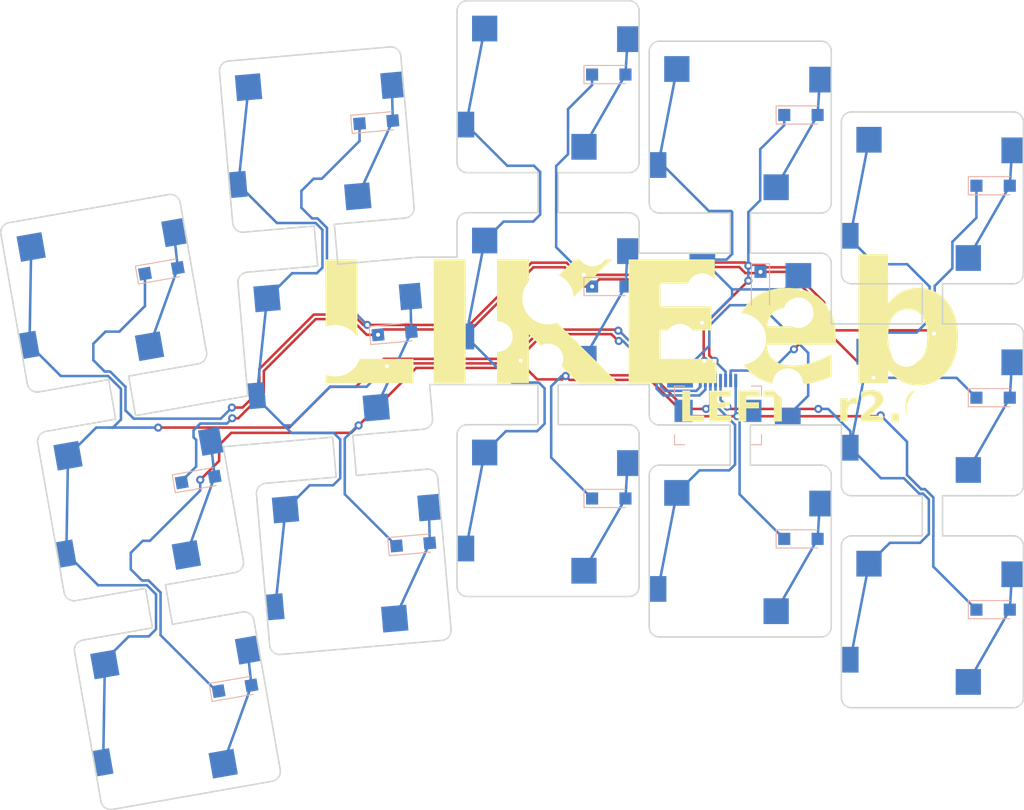
<source format=kicad_pcb>
(kicad_pcb (version 20221018) (generator pcbnew)
  (title_block (title "left") (rev "rev1.4") (company "nikservik"))
  (layers (0 "F.Cu" signal) (31 "B.Cu" signal) (34 "B.Paste" user) (35 "F.Paste" user) (36 "B.SilkS" user "B.Silkscreen") (37 "F.SilkS" user "F.Silkscreen") (38 "B.Mask" user) (39 "F.Mask" user) (44 "Edge.Cuts" user))
  (net 0 "")
  (net 1 "C1")
  (net 2 "R2")
  (net 3 "S1_s2d")
  (net 4 "R1")
  (net 5 "S2_s2d")
  (net 6 "R3")
  (net 7 "S3_s2d")
  (net 8 "C2")
  (net 9 "S4_s2d")
  (net 10 "S5_s2d")
  (net 11 "S6_s2d")
  (net 12 "C3")
  (net 13 "S7_s2d")
  (net 14 "S8_s2d")
  (net 15 "S9_s2d")
  (net 16 "C4")
  (net 17 "S10_s2d")
  (net 18 "S11_s2d")
  (net 19 "C5")
  (net 20 "S12_s2d")
  (net 21 "S13_s2d")
  (net 22 "S14_s2d")
  (net 23 "C4_R2")
  (footprint "KS33PG1353" (layer "F.Cu") (at 178.291967 69.91441)
    (fp_text reference "S13" hide)
    (fp_text value "" hide)
  )
  (footprint "KS33PG1353" (layer "F.Cu") (at 178.291967 111.85441)
    (fp_text reference "S14" hide)
    (fp_text value "" hide)
  )
  (footprint "KS33PG1353" (layer "F.Cu") (at 100 100 10)
    (fp_text reference "S1" hide)
    (fp_text value "" hide)
  )
  (footprint "KS33PG1353" (layer "F.Cu") (at 96.358598 79.348581 10)
    (fp_text reference "S2" hide)
    (fp_text value "" hide)
  )
  (footprint "KS33PG1353" (layer "F.Cu") (at 103.641402 120.651419 10)
    (fp_text reference "S3" hide)
    (fp_text value "" hide)
  )
  (footprint "KS33PG1353" (layer "F.Cu") (at 117.422139 64.144753 5)
    (fp_text reference "S5" hide)
    (fp_text value "" hide)
  )
  (footprint "KS33PG1353" (layer "F.Cu") (at 119.249795 85.034956 5)
    (fp_text reference "S4" hide)
    (fp_text value "" hide)
  )
  (footprint "KS33PG1353" (layer "F.Cu") (at 159.291967 83.88441 -90)
    (fp_text reference "S15" hide)
    (fp_text value "" hide)
  )
  (footprint "KS33PG1353" (layer "F.Cu") (at 178.291967 90.88441)
    (fp_text reference "S12" hide)
    (fp_text value "" hide)
  )
  (footprint "KS33PG1353" (layer "F.Cu") (at 140.291967 79.88441)
    (fp_text reference "S7" hide)
    (fp_text value "" hide)
  )
  (footprint "KS33PG1353" (layer "F.Cu") (at 140.291967 58.91441)
    (fp_text reference "S8" hide)
    (fp_text value "" hide)
  )
  (footprint "KS33PG1353" (layer "F.Cu") (at 140.291967 100.85441)
    (fp_text reference "S9" hide)
    (fp_text value "" hide)
  )
  (footprint "KS33PG1353" (layer "F.Cu") (at 159.291967 104.85441)
    (fp_text reference "S11" hide)
    (fp_text value "" hide)
  )
  (footprint "KS33PG1353" (layer "F.Cu") (at 159.291967 62.91441)
    (fp_text reference "S10" hide)
    (fp_text value "" hide)
  )
  (footprint "KS33PG1353" (layer "F.Cu") (at 121.077451 105.925158 5)
    (fp_text reference "S6" hide)
    (fp_text value "" hide)
  )
  (footprint "SmdDiode" (layer "B.Cu") (at 96.358598 79.348581 10)
    (fp_text reference "")
    (fp_text value "")
  )
  (footprint "SmdDiode" (layer "B.Cu") (at 100 100 10)
    (fp_text reference "")
    (fp_text value "")
  )
  (footprint "SmdDiode" (layer "B.Cu") (at 159.291967 104.85441)
    (fp_text reference "")
    (fp_text value "")
  )
  (footprint "SmdDiode" (layer "B.Cu") (at 119.249795 85.034956 5)
    (fp_text reference "")
    (fp_text value "")
  )
  (footprint "SmdDiode" (layer "B.Cu") (at 103.641402 120.651419 10)
    (fp_text reference "")
    (fp_text value "")
  )
  (footprint "SmdDiode" (layer "B.Cu") (at 178.291967 90.88441)
    (fp_text reference "")
    (fp_text value "")
  )
  (footprint "SmdDiode" (layer "B.Cu") (at 161.291967 78.88441 -90)
    (fp_text reference "")
    (fp_text value "")
  )
  (footprint "SmdDiode" (layer "B.Cu") (at 140.291967 79.88441)
    (fp_text reference "")
    (fp_text value "")
  )
  (footprint "SmdDiode" (layer "B.Cu") (at 121.077451 105.925158 5)
    (fp_text reference "")
    (fp_text value "")
  )
  (footprint "HKW FPC Socket" (layer "B.Cu") (at 157.091967 90.98441 180)
    (fp_text reference "_1" hide)
    (fp_text value "" hide)
  )
  (footprint "SmdDiode" (layer "B.Cu") (at 117.422139 64.144753 5)
    (fp_text reference "")
    (fp_text value "")
  )
  (footprint "SmdDiode" (layer "B.Cu") (at 178.291967 111.85441)
    (fp_text reference "")
    (fp_text value "")
  )
  (footprint "SmdDiode" (layer "B.Cu") (at 159.291967 62.91441)
    (fp_text reference "")
    (fp_text value "")
  )
  (footprint "SmdDiode" (layer "B.Cu") (at 140.291967 100.85441)
    (fp_text reference "")
    (fp_text value "")
  )
  (footprint "SmdDiode" (layer "B.Cu") (at 140.291967 58.91441)
    (fp_text reference "")
    (fp_text value "")
  )
  (footprint "SmdDiode" (layer "B.Cu") (at 178.291967 69.91441)
    (fp_text reference "")
    (fp_text value "")
  )
  (gr_arc (start 149.291967 108.35441) (mid 148.999074 109.061517) (end 148.291967 109.35441) (stroke (width 0.15)) (layer "Edge.Cuts"))
  (gr_line (start 158.291967 75.38441) (end 151.291967 75.38441) (stroke (width 0.15)) (layer "Edge.Cuts"))
  (gr_line (start 186.291967 61.41441) (end 170.291967 61.41441) (stroke (width 0.15)) (layer "Edge.Cuts"))
  (gr_arc (start 109.630375 78.347896) (mid 109.860526 77.617953) (end 110.539414 77.264547) (stroke (width 0.15)) (layer "Edge.Cuts"))
  (gr_line (start 139.291967 67.41441) (end 139.291967 71.38441) (stroke (width 0.15)) (layer "Edge.Cuts"))
  (gr_line (start 100.491202 108.544514) (end 101.180585 112.454201) (stroke (width 0.15)) (layer "Edge.Cuts"))
  (gr_line (start 187.291967 77.41441) (end 187.291967 62.41441) (stroke (width 0.15)) (layer "Edge.Cuts"))
  (gr_line (start 127.463637 75.78041) (end 127.463637 75.783869) (stroke (width 0.15)) (layer "Edge.Cuts"))
  (gr_line (start 117.166768 72.699563) (end 117.512776 76.654456) (stroke (width 0.15)) (layer "Edge.Cuts"))
  (gr_line (start 103.1502 112.106904) (end 102.460817 108.197218) (stroke (width 0.15)) (layer "Edge.Cuts"))
  (gr_line (start 99.508798 91.455486) (end 106.402453 90.239949) (stroke (width 0.15)) (layer "Edge.Cuts"))
  (gr_line (start 93.597548 109.760051) (end 100.491202 108.544514) (stroke (width 0.15)) (layer "Edge.Cuts"))
  (gr_line (start 128.306185 96.760258) (end 121.332822 97.370348) (stroke (width 0.15)) (layer "Edge.Cuts"))
  (gr_line (start 131.291967 51.41441) (end 131.291967 66.41441) (stroke (width 0.15)) (layer "Edge.Cuts"))
  (gr_line (start 149.291967 66.41441) (end 149.291967 51.41441) (stroke (width 0.15)) (layer "Edge.Cuts"))
  (gr_arc (start 187.291967 98.38441) (mid 186.999074 99.091517) (end 186.291967 99.38441) (stroke (width 0.15)) (layer "Edge.Cuts"))
  (gr_arc (start 170.291967 120.35441) (mid 169.58486 120.061517) (end 169.291967 119.35441) (stroke (width 0.15)) (layer "Edge.Cuts"))
  (gr_line (start 132.291967 109.35441) (end 148.291967 109.35441) (stroke (width 0.15)) (layer "Edge.Cuts"))
  (gr_line (start 119.340432 97.544659) (end 112.36707 98.154749) (stroke (width 0.15)) (layer "Edge.Cuts"))
  (gr_line (start 141.291967 88.38441) (end 150.291967 88.38441) (stroke (width 0.15)) (layer "Edge.Cuts"))
  (gr_line (start 148.291967 50.41441) (end 132.291967 50.41441) (stroke (width 0.15)) (layer "Edge.Cuts"))
  (gr_line (start 177.291967 103.35441) (end 170.291967 103.35441) (stroke (width 0.15)) (layer "Edge.Cuts"))
  (gr_arc (start 186.291967 103.35441) (mid 186.999074 103.647303) (end 187.291967 104.35441) (stroke (width 0.15)) (layer "Edge.Cuts"))
  (gr_arc (start 107.802719 57.457693) (mid 108.03287 56.72775) (end 108.711758 56.374344) (stroke (width 0.15)) (layer "Edge.Cuts"))
  (gr_arc (start 128.869216 91.722015) (mid 128.639065 92.451958) (end 127.960176 92.805365) (stroke (width 0.15)) (layer "Edge.Cuts"))
  (gr_arc (start 131.291967 51.41441) (mid 131.58486 50.707303) (end 132.291967 50.41441) (stroke (width 0.15)) (layer "Edge.Cuts"))
  (gr_line (start 177.291967 78.41441) (end 177.291967 82.38441) (stroke (width 0.15)) (layer "Edge.Cuts"))
  (gr_arc (start 89.956145 89.108633) (mid 89.20892 88.942977) (end 88.797689 88.297473) (stroke (width 0.15)) (layer "Edge.Cuts"))
  (gr_line (start 151.291967 92.38441) (end 158.291967 92.38441) (stroke (width 0.15)) (layer "Edge.Cuts"))
  (gr_line (start 93.475771 114.828194) (end 96.080494 129.60031) (stroke (width 0.15)) (layer "Edge.Cuts"))
  (gr_arc (start 187.291967 77.41441) (mid 186.999074 78.121517) (end 186.291967 78.41441) (stroke (width 0.15)) (layer "Edge.Cuts"))
  (gr_arc (start 110.193406 73.309654) (mid 109.463462 73.079504) (end 109.110055 72.400615) (stroke (width 0.15)) (layer "Edge.Cuts"))
  (gr_line (start 168.291967 82.38441) (end 177.291967 82.38441) (stroke (width 0.15)) (layer "Edge.Cuts"))
  (gr_line (start 139.291967 71.38441) (end 132.291967 71.38441) (stroke (width 0.15)) (layer "Edge.Cuts"))
  (gr_line (start 177.291967 99.38441) (end 177.291967 103.35441) (stroke (width 0.15)) (layer "Edge.Cuts"))
  (gr_line (start 158.291967 96.35441) (end 151.291967 96.35441) (stroke (width 0.15)) (layer "Edge.Cuts"))
  (gr_arc (start 132.291967 67.41441) (mid 131.58486 67.121517) (end 131.291967 66.41441) (stroke (width 0.15)) (layer "Edge.Cuts"))
  (gr_line (start 168.291967 70.41441) (end 168.291967 55.41441) (stroke (width 0.15)) (layer "Edge.Cuts"))
  (gr_arc (start 97.23895 130.41147) (mid 96.491725 130.245814) (end 96.080494 129.60031) (stroke (width 0.15)) (layer "Edge.Cuts"))
  (gr_line (start 102.460817 108.197218) (end 109.354472 106.981681) (stroke (width 0.15)) (layer "Edge.Cuts"))
  (gr_arc (start 148.291967 71.38441) (mid 148.999074 71.677303) (end 149.291967 72.38441) (stroke (width 0.15)) (layer "Edge.Cuts"))
  (gr_line (start 97.539183 91.802782) (end 90.645529 93.01832) (stroke (width 0.15)) (layer "Edge.Cuts"))
  (gr_arc (start 151.291967 71.41441) (mid 150.58486 71.121517) (end 150.291967 70.41441) (stroke (width 0.15)) (layer "Edge.Cuts"))
  (gr_arc (start 186.291967 82.38441) (mid 186.999074 82.677303) (end 187.291967 83.38441) (stroke (width 0.15)) (layer "Edge.Cuts"))
  (gr_arc (start 167.291967 96.35441) (mid 167.999074 96.647303) (end 168.291967 97.35441) (stroke (width 0.15)) (layer "Edge.Cuts"))
  (gr_arc (start 128.306185 96.760257) (mid 129.036128 96.990408) (end 129.389535 97.669297) (stroke (width 0.15)) (layer "Edge.Cuts"))
  (gr_line (start 130.696871 112.612217) (end 129.389535 97.669297) (stroke (width 0.15)) (layer "Edge.Cuts"))
  (gr_line (start 186.291967 82.38441) (end 179.291967 82.38441) (stroke (width 0.15)) (layer "Edge.Cuts"))
  (gr_line (start 128.577213 88.38441) (end 139.291967 88.38441) (stroke (width 0.15)) (layer "Edge.Cuts"))
  (gr_line (start 97.23895 130.41147) (end 112.995874 127.633099) (stroke (width 0.15)) (layer "Edge.Cuts"))
  (gr_line (start 160.291967 96.35441) (end 160.291967 92.38441) (stroke (width 0.15)) (layer "Edge.Cuts"))
  (gr_arc (start 170.291967 99.38441) (mid 169.58486 99.091517) (end 169.291967 98.38441) (stroke (width 0.15)) (layer "Edge.Cuts"))
  (gr_arc (start 169.291967 62.41441) (mid 169.58486 61.707303) (end 170.291967 61.41441) (stroke (width 0.15)) (layer "Edge.Cuts"))
  (gr_arc (start 130.696871 112.612218) (mid 130.46672 113.342161) (end 129.787832 113.695567) (stroke (width 0.15)) (layer "Edge.Cuts"))
  (gr_line (start 128.869215 91.722014) (end 128.577213 88.38441) (stroke (width 0.15)) (layer "Edge.Cuts"))
  (gr_line (start 170.291967 120.35441) (end 186.291967 120.35441) (stroke (width 0.15)) (layer "Edge.Cuts"))
  (gr_line (start 169.291967 104.35441) (end 169.291967 119.35441) (stroke (width 0.15)) (layer "Edge.Cuts"))
  (gr_line (start 151.291967 113.35441) (end 167.291967 113.35441) (stroke (width 0.15)) (layer "Edge.Cuts"))
  (gr_line (start 179.291967 78.41441) (end 186.291967 78.41441) (stroke (width 0.15)) (layer "Edge.Cuts"))
  (gr_arc (start 127.04156 70.831812) (mid 126.811409 71.561755) (end 126.13252 71.915162) (stroke (width 0.15)) (layer "Edge.Cuts"))
  (gr_arc (start 186.291967 61.41441) (mid 186.999074 61.707303) (end 187.291967 62.41441) (stroke (width 0.15)) (layer "Edge.Cuts"))
  (gr_line (start 148.291967 71.38441) (end 141.291967 71.38441) (stroke (width 0.15)) (layer "Edge.Cuts"))
  (gr_line (start 89.956145 89.108633) (end 96.849799 87.893095) (stroke (width 0.15)) (layer "Edge.Cuts"))
  (gr_line (start 168.291967 112.35441) (end 168.291967 97.35441) (stroke (width 0.15)) (layer "Edge.Cuts"))
  (gr_line (start 101.180585 112.454201) (end 94.286931 113.669738) (stroke (width 0.15)) (layer "Edge.Cuts"))
  (gr_line (start 110.193405 73.309654) (end 117.166768 72.699563) (stroke (width 0.15)) (layer "Edge.Cuts"))
  (gr_arc (start 131.291967 93.35441) (mid 131.58486 92.647303) (end 132.291967 92.35441) (stroke (width 0.15)) (layer "Edge.Cuts"))
  (gr_line (start 158.291967 71.41441) (end 158.291967 75.38441) (stroke (width 0.15)) (layer "Edge.Cuts"))
  (gr_line (start 131.291967 72.38441) (end 131.291967 75.78041) (stroke (width 0.15)) (layer "Edge.Cuts"))
  (gr_line (start 170.291967 99.38441) (end 177.291967 99.38441) (stroke (width 0.15)) (layer "Edge.Cuts"))
  (gr_arc (start 149.291967 66.41441) (mid 148.999074 67.121517) (end 148.291967 67.41441) (stroke (width 0.15)) (layer "Edge.Cuts"))
  (gr_line (start 179.291967 103.35441) (end 179.291967 99.38441) (stroke (width 0.15)) (layer "Edge.Cuts"))
  (gr_line (start 149.291967 75.38441) (end 149.291967 72.38441) (stroke (width 0.15)) (layer "Edge.Cuts"))
  (gr_line (start 158.291967 92.38441) (end 158.291967 96.35441) (stroke (width 0.15)) (layer "Edge.Cuts"))
  (gr_line (start 131.291967 93.35441) (end 131.291967 108.35441) (stroke (width 0.15)) (layer "Edge.Cuts"))
  (gr_line (start 141.291967 92.35441) (end 141.291967 88.38441) (stroke (width 0.15)) (layer "Edge.Cuts"))
  (gr_line (start 187.291967 98.38441) (end 187.291967 83.38441) (stroke (width 0.15)) (layer "Edge.Cuts"))
  (gr_arc (start 132.291967 109.35441) (mid 131.58486 109.061517) (end 131.291967 108.35441) (stroke (width 0.15)) (layer "Edge.Cuts"))
  (gr_line (start 98.819415 87.545799) (end 105.713069 86.330262) (stroke (width 0.15)) (layer "Edge.Cuts"))
  (gr_line (start 160.291967 71.41441) (end 167.291967 71.41441) (stroke (width 0.15)) (layer "Edge.Cuts"))
  (gr_arc (start 110.165631 105.823224) (mid 109.999976 106.570449) (end 109.354472 106.981681) (stroke (width 0.15)) (layer "Edge.Cuts"))
  (gr_line (start 111.458031 99.2381) (end 112.765367 114.18102) (stroke (width 0.15)) (layer "Edge.Cuts"))
  (gr_line (start 119.505166 76.480145) (end 127.463637 75.783869) (stroke (width 0.15)) (layer "Edge.Cuts"))
  (gr_line (start 118.994424 93.589766) (end 119.340432 97.544659) (stroke (width 0.15)) (layer "Edge.Cuts"))
  (gr_line (start 110.043855 110.891367) (end 103.1502 112.106904) (stroke (width 0.15)) (layer "Edge.Cuts"))
  (gr_arc (start 148.291967 92.35441) (mid 148.999074 92.647303) (end 149.291967 93.35441) (stroke (width 0.15)) (layer "Edge.Cuts"))
  (gr_line (start 113.848717 115.090059) (end 129.787832 113.695567) (stroke (width 0.15)) (layer "Edge.Cuts"))
  (gr_line (start 113.807033 126.474643) (end 111.202311 111.702527) (stroke (width 0.15)) (layer "Edge.Cuts"))
  (gr_line (start 170.291967 78.41441) (end 177.291967 78.41441) (stroke (width 0.15)) (layer "Edge.Cuts"))
  (gr_arc (start 167.291967 54.41441) (mid 167.999074 54.707303) (end 168.291967 55.41441) (stroke (width 0.15)) (layer "Edge.Cuts"))
  (gr_arc (start 110.043855 110.891367) (mid 110.79108 111.057023) (end 111.202311 111.702527) (stroke (width 0.15)) (layer "Edge.Cuts"))
  (gr_arc (start 111.45803 99.238099) (mid 111.688181 98.508156) (end 112.36707 98.154749) (stroke (width 0.15)) (layer "Edge.Cuts"))
  (gr_arc (start 150.291967 97.35441) (mid 150.58486 96.647303) (end 151.291967 96.35441) (stroke (width 0.15)) (layer "Edge.Cuts"))
  (gr_arc (start 150.291967 55.41441) (mid 150.58486 54.707303) (end 151.291967 54.41441) (stroke (width 0.15)) (layer "Edge.Cuts"))
  (gr_line (start 106.524229 85.171806) (end 103.919506 70.39969) (stroke (width 0.15)) (layer "Edge.Cuts"))
  (gr_arc (start 113.848716 115.090059) (mid 113.118773 114.859908) (end 112.765367 114.18102) (stroke (width 0.15)) (layer "Edge.Cuts"))
  (gr_line (start 169.291967 92.38441) (end 169.291967 98.38441) (stroke (width 0.15)) (layer "Edge.Cuts"))
  (gr_line (start 119.505166 76.480145) (end 119.159158 72.525252) (stroke (width 0.15)) (layer "Edge.Cuts"))
  (gr_line (start 127.041559 70.831811) (end 125.734223 55.888891) (stroke (width 0.15)) (layer "Edge.Cuts"))
  (gr_arc (start 124.650874 54.979852) (mid 125.380817 55.210003) (end 125.734223 55.888891) (stroke (width 0.15)) (layer "Edge.Cuts"))
  (gr_arc (start 93.475771 114.828194) (mid 93.641427 114.080969) (end 94.286931 113.669738) (stroke (width 0.15)) (layer "Edge.Cuts"))
  (gr_arc (start 89.83437 94.176776) (mid 90.000025 93.429552) (end 90.645528 93.01832) (stroke (width 0.15)) (layer "Edge.Cuts"))
  (gr_arc (start 93.597547 109.760051) (mid 92.850323 109.594395) (end 92.439092 108.948892) (stroke (width 0.15)) (layer "Edge.Cuts"))
  (gr_line (start 139.291967 92.35441) (end 132.291967 92.35441) (stroke (width 0.15)) (layer "Edge.Cuts"))
  (gr_line (start 167.291967 54.41441) (end 151.291967 54.41441) (stroke (width 0.15)) (layer "Edge.Cuts"))
  (gr_line (start 167.291967 96.35441) (end 160.291967 96.35441) (stroke (width 0.15)) (layer "Edge.Cuts"))
  (gr_arc (start 170.291967 78.41441) (mid 169.58486 78.121517) (end 169.291967 77.41441) (stroke (width 0.15)) (layer "Edge.Cuts"))
  (gr_arc (start 168.291967 70.41441) (mid 167.999074 71.121517) (end 167.291967 71.41441) (stroke (width 0.15)) (layer "Edge.Cuts"))
  (gr_line (start 148.291967 92.35441) (end 141.291967 92.35441) (stroke (width 0.15)) (layer "Edge.Cuts"))
  (gr_line (start 131.291967 75.78041) (end 127.463637 75.78041) (stroke (width 0.15)) (layer "Edge.Cuts"))
  (gr_line (start 151.291967 71.41441) (end 158.291967 71.41441) (stroke (width 0.15)) (layer "Edge.Cuts"))
  (gr_line (start 119.159158 72.525252) (end 126.13252 71.915162) (stroke (width 0.15)) (layer "Edge.Cuts"))
  (gr_line (start 150.291967 55.41441) (end 150.291967 70.41441) (stroke (width 0.15)) (layer "Edge.Cuts"))
  (gr_line (start 139.291967 88.38441) (end 139.291967 92.35441) (stroke (width 0.15)) (layer "Edge.Cuts"))
  (gr_line (start 109.630375 78.347897) (end 110.605949 89.498759) (stroke (width 0.15)) (layer "Edge.Cuts"))
  (gr_line (start 120.986813 93.415455) (end 127.960176 92.805365) (stroke (width 0.15)) (layer "Edge.Cuts"))
  (gr_line (start 160.291967 92.38441) (end 169.291967 92.38441) (stroke (width 0.15)) (layer "Edge.Cuts"))
  (gr_arc (start 169.291967 104.35441) (mid 169.58486 103.647303) (end 170.291967 103.35441) (stroke (width 0.15)) (layer "Edge.Cuts"))
  (gr_line (start 149.291967 108.35441) (end 149.291967 93.35441) (stroke (width 0.15)) (layer "Edge.Cuts"))
  (gr_line (start 96.849799 87.893095) (end 97.539183 91.802782) (stroke (width 0.15)) (layer "Edge.Cuts"))
  (gr_line (start 141.291967 67.41441) (end 148.291967 67.41441) (stroke (width 0.15)) (layer "Edge.Cuts"))
  (gr_line (start 108.175443 94.536304) (end 118.994424 93.589766) (stroke (width 0.15)) (layer "Edge.Cuts"))
  (gr_line (start 167.291967 75.38441) (end 160.291967 75.38441) (stroke (width 0.15)) (layer "Edge.Cuts"))
  (gr_line (start 110.605949 89.498759) (end 106.402453 90.239949) (stroke (width 0.15)) (layer "Edge.Cuts"))
  (gr_arc (start 187.291967 119.35441) (mid 186.999074 120.061517) (end 186.291967 120.35441) (stroke (width 0.15)) (layer "Edge.Cuts"))
  (gr_line (start 187.291967 119.35441) (end 187.291967 104.35441) (stroke (width 0.15)) (layer "Edge.Cuts"))
  (gr_line (start 151.291967 75.38441) (end 149.291967 75.38441) (stroke (width 0.15)) (layer "Edge.Cuts"))
  (gr_line (start 102.76105 69.58853) (end 87.004126 72.366901) (stroke (width 0.15)) (layer "Edge.Cuts"))
  (gr_line (start 117.512776 76.654456) (end 110.539414 77.264547) (stroke (width 0.15)) (layer "Edge.Cuts"))
  (gr_line (start 186.291967 103.35441) (end 179.291967 103.35441) (stroke (width 0.15)) (layer "Edge.Cuts"))
  (gr_arc (start 167.291967 75.38441) (mid 167.999074 75.677303) (end 168.291967 76.38441) (stroke (width 0.15)) (layer "Edge.Cuts"))
  (gr_line (start 121.332822 97.370348) (end 120.986813 93.415455) (stroke (width 0.15)) (layer "Edge.Cuts"))
  (gr_line (start 160.291967 75.38441) (end 160.291967 71.41441) (stroke (width 0.15)) (layer "Edge.Cuts"))
  (gr_line (start 132.291967 67.41441) (end 139.291967 67.41441) (stroke (width 0.15)) (layer "Edge.Cuts"))
  (gr_line (start 89.834369 94.176776) (end 92.439092 108.948892) (stroke (width 0.15)) (layer "Edge.Cuts"))
  (gr_line (start 86.192967 73.525357) (end 88.797689 88.297473) (stroke (width 0.15)) (layer "Edge.Cuts"))
  (gr_line (start 150.291967 97.35441) (end 150.291967 112.35441) (stroke (width 0.15)) (layer "Edge.Cuts"))
  (gr_arc (start 151.291967 113.35441) (mid 150.58486 113.061517) (end 150.291967 112.35441) (stroke (width 0.15)) (layer "Edge.Cuts"))
  (gr_arc (start 148.291967 50.41441) (mid 148.999074 50.707303) (end 149.291967 51.41441) (stroke (width 0.15)) (layer "Edge.Cuts"))
  (gr_line (start 179.291967 99.38441) (end 186.291967 99.38441) (stroke (width 0.15)) (layer "Edge.Cuts"))
  (gr_arc (start 86.192966 73.525357) (mid 86.358622 72.778132) (end 87.004126 72.366901) (stroke (width 0.15)) (layer "Edge.Cuts"))
  (gr_arc (start 131.291967 72.38441) (mid 131.58486 71.677303) (end 132.291967 71.38441) (stroke (width 0.15)) (layer "Edge.Cuts"))
  (gr_arc (start 106.524229 85.171806) (mid 106.358573 85.919031) (end 105.713069 86.330262) (stroke (width 0.15)) (layer "Edge.Cuts"))
  (gr_line (start 110.165631 105.823225) (end 108.175443 94.536304) (stroke (width 0.15)) (layer "Edge.Cuts"))
  (gr_line (start 168.291967 82.38441) (end 168.291967 76.38441) (stroke (width 0.15)) (layer "Edge.Cuts"))
  (gr_line (start 99.508798 91.455486) (end 98.819415 87.545799) (stroke (width 0.15)) (layer "Edge.Cuts"))
  (gr_line (start 179.291967 82.38441) (end 179.291967 78.41441) (stroke (width 0.15)) (layer "Edge.Cuts"))
  (gr_arc (start 102.76105 69.58853) (mid 103.508275 69.754186) (end 103.919506 70.39969) (stroke (width 0.15)) (layer "Edge.Cuts"))
  (gr_line (start 150.291967 88.38441) (end 150.291967 91.38441) (stroke (width 0.15)) (layer "Edge.Cuts"))
  (gr_arc (start 113.807034 126.474643) (mid 113.641378 127.221868) (end 112.995874 127.633099) (stroke (width 0.15)) (layer "Edge.Cuts"))
  (gr_line (start 141.291967 71.38441) (end 141.291967 67.41441) (stroke (width 0.15)) (layer "Edge.Cuts"))
  (gr_arc (start 168.291967 112.35441) (mid 167.999074 113.061517) (end 167.291967 113.35441) (stroke (width 0.15)) (layer "Edge.Cuts"))
  (gr_line (start 107.802719 57.457694) (end 109.110055 72.400615) (stroke (width 0.15)) (layer "Edge.Cuts"))
  (gr_arc (start 151.291967 92.38441) (mid 150.58486 92.091517) (end 150.291967 91.38441) (stroke (width 0.15)) (layer "Edge.Cuts"))
  (gr_line (start 124.650873 54.979852) (end 108.711758 56.374344) (stroke (width 0.15)) (layer "Edge.Cuts"))
  (gr_line (start 169.291967 62.41441) (end 169.291967 77.41441) (stroke (width 0.15)) (layer "Edge.Cuts"))
  (gr_text "LIKEeb" (at 116.75 90.28) (layer "F.SilkS") (effects (font (size 12 12) (thickness 0.3) bold) (justify left bottom)))
  (gr_text "LEFT   r2.0" (at 153.17 92.55) (layer "F.SilkS") (effects (font (size 3 3) (thickness 0.3) bold) (justify left bottom)))
  (segment (start 114.71 92.64) (end 101.74 92.64) (width 0.25) (layer "F.Cu") (net 1))
  (segment (start 136.09 85.84) (end 124.06 85.84) (width 0.25) (layer "F.Cu") (net 1))
  (segment (start 121.3 88.6) (end 118.75 88.6) (width 0.25) (layer "F.Cu") (net 1))
  (segment (start 138.98 82.95) (end 136.09 85.84) (width 0.25) (layer "F.Cu") (net 1))
  (segment (start 147.23 83.05) (end 147.13 82.95) (width 0.25) (layer "F.Cu") (net 1))
  (segment (start 124.06 85.84) (end 121.3 88.6) (width 0.25) (layer "F.Cu") (net 1))
  (segment (start 118.75 88.6) (end 114.71 92.64) (width 0.25) (layer "F.Cu") (net 1))
  (segment (start 147.13 82.95) (end 138.98 82.95) (width 0.25) (layer "F.Cu") (net 1))
  (via (at 101.74 92.64) (size 0.8) (drill 0.4) (layers "F.Cu" "B.Cu") (net 1))
  (via (at 147.23 83.05) (size 0.8) (drill 0.4) (layers "F.Cu" "B.Cu") (net 1))
  (segment (start 96.468181 116.077548) (end 96.305792 125.752734) (width 0.25) (layer "B.Cu") (net 1))
  (segment (start 98.84 113.3) (end 96.46818 115.67182) (width 0.25) (layer "B.Cu") (net 1))
  (segment (start 151.47 87.21) (end 151.47 88.6) (width 0.25) (layer "B.Cu") (net 1))
  (segment (start 98.06 88.804406) (end 98.06 91.85) (width 0.25) (layer "B.Cu") (net 1))
  (segment (start 95.612907 92.64) (end 92.826778 95.426129) (width 0.25) (layer "B.Cu") (net 1))
  (segment (start 154.941967 89.00941) (end 155.341967 88.60941) (width 0.25) (layer "B.Cu") (net 1))
  (segment (start 92.113091 87.54) (end 96.795594 87.54) (width 0.25) (layer "B.Cu") (net 1))
  (segment (start 96.795594 87.54) (end 98.06 88.804406) (width 0.25) (layer "B.Cu") (net 1))
  (segment (start 155.341967 88.60941) (end 155.341967 87.98441) (width 0.25) (layer "B.Cu") (net 1))
  (segment (start 92.66439 105.101316) (end 95.803074 108.24) (width 0.25) (layer "B.Cu") (net 1))
  (segment (start 97.27 92.64) (end 96.88 92.64) (width 0.25) (layer "B.Cu") (net 1))
  (segment (start 151.87941 89.00941) (end 154.941967 89.00941) (width 0.25) (layer "B.Cu") (net 1))
  (segment (start 98.06 91.85) (end 97.27 92.64) (width 0.25) (layer "B.Cu") (net 1))
  (segment (start 96.88 92.64) (end 95.612907 92.64) (width 0.25) (layer "B.Cu") (net 1))
  (segment (start 100.63 108.24) (end 101.53 109.14) (width 0.25) (layer "B.Cu") (net 1))
  (segment (start 89.022988 84.449897) (end 92.113091 87.54) (width 0.25) (layer "B.Cu") (net 1))
  (segment (start 147.31 83.05) (end 151.47 87.21) (width 0.25) (layer "B.Cu") (net 1))
  (segment (start 96.46818 115.67182) (end 96.46818 116.077548) (width 0.25) (layer "B.Cu") (net 1))
  (segment (start 151.47 88.6) (end 151.87941 89.00941) (width 0.25) (layer "B.Cu") (net 1))
  (segment (start 147.23 83.05) (end 147.31 83.05) (width 0.25) (layer "B.Cu") (net 1))
  (segment (start 100.82 113.3) (end 98.84 113.3) (width 0.25) (layer "B.Cu") (net 1))
  (segment (start 101.53 112.59) (end 100.82 113.3) (width 0.25) (layer "B.Cu") (net 1))
  (segment (start 101.74 92.64) (end 96.88 92.64) (width 0.25) (layer "B.Cu") (net 1))
  (segment (start 89.185376 74.774711) (end 89.022988 84.449897) (width 0.25) (layer "B.Cu") (net 1))
  (segment (start 95.803074 108.24) (end 100.63 108.24) (width 0.25) (layer "B.Cu") (net 1))
  (segment (start 92.826778 95.42613) (end 92.66439 105.101316) (width 0.25) (layer "B.Cu") (net 1))
  (segment (start 101.53 109.14) (end 101.53 112.59) (width 0.25) (layer "B.Cu") (net 1))
  (segment (start 144.641967 78.68441) (end 145.350647 77.97573) (width 0.25) (layer "F.Cu") (net 2))
  (segment (start 159.197741 76.76) (end 159.792181 77.35444) (width 0.25) (layer "F.Cu") (net 2))
  (segment (start 112.19 87.036396) (end 117.316396 81.91) (width 0.25) (layer "F.Cu") (net 2))
  (segment (start 112.19 89.186396) (end 112.19 87.036396) (width 0.25) (layer "F.Cu") (net 2))
  (segment (start 145.350647 77.97573) (end 149.94538 77.97573) (width 0.25) (layer "F.Cu") (net 2))
  (segment (start 109.065 91.715) (end 109.661396 91.715) (width 0.25) (layer "F.Cu") (net 2))
  (segment (start 172.47 87.71) (end 167.13 82.37) (width 0.25) (layer "F.Cu") (net 2))
  (segment (start 161.171937 77.35444) (end 161.291967 77.23441) (width 0.25) (layer "F.Cu") (net 2))
  (segment (start 159.792181 77.35444) (end 161.171937 77.35444) (width 0.25) (layer "F.Cu") (net 2))
  (segment (start 109.661396 91.715) (end 112.19 89.186396) (width 0.25) (layer "F.Cu") (net 2))
  (segment (start 167.13 80.43) (end 163.93441 77.23441) (width 0.25) (layer "F.Cu") (net 2))
  (segment (start 149.94538 77.97573) (end 151.16111 76.76) (width 0.25) (layer "F.Cu") (net 2))
  (segment (start 141.94 76.78) (end 143.84441 78.68441) (width 0.25) (layer "F.Cu") (net 2))
  (segment (start 123.478655 83.460395) (end 124.004612 82.934438) (width 0.25) (layer "F.Cu") (net 2))
  (segment (start 117.316396 81.91) (end 120.81 81.91) (width 0.25) (layer "F.Cu") (net 2))
  (segment (start 151.16111 76.76) (end 159.197741 76.76) (width 0.25) (layer "F.Cu") (net 2))
  (segment (start 124.004612 82.934438) (end 132.691958 82.934438) (width 0.25) (layer "F.Cu") (net 2))
  (segment (start 143.84441 78.68441) (end 144.641967 78.68441) (width 0.25) (layer "F.Cu") (net 2))
  (segment (start 164.605 84.895) (end 167.13 82.37) (width 0.25) (layer "F.Cu") (net 2))
  (segment (start 138.846396 76.78) (end 141.94 76.78) (width 0.25) (layer "F.Cu") (net 2))
  (segment (start 167.13 82.37) (end 167.13 80.43) (width 0.25) (layer "F.Cu") (net 2))
  (segment (start 163.93441 77.23441) (end 161.291967 77.23441) (width 0.25) (layer "F.Cu") (net 2))
  (segment (start 132.691958 82.934438) (end 138.846396 76.78) (width 0.25) (layer "F.Cu") (net 2))
  (segment (start 120.81 81.91) (end 122.360395 83.460395) (width 0.25) (layer "F.Cu") (net 2))
  (segment (start 122.360395 83.460395) (end 123.478655 83.460395) (width 0.25) (layer "F.Cu") (net 2))
  (via (at 164.605 84.895) (size 0.8) (drill 0.4) (layers "F.Cu" "B.Cu") (net 2))
  (via (at 161.291967 77.23441) (size 0.8) (drill 0.4) (layers "F.Cu" "B.Cu") (net 2))
  (via (at 172.47 87.71) (size 0.8) (drill 0.4) (layers "F.Cu" "B.Cu") (net 2))
  (via (at 123.478655 83.460395) (size 0.8) (drill 0.4) (layers "F.Cu" "B.Cu") (net 2))
  (via (at 109.065 91.715) (size 0.8) (drill 0.4) (layers "F.Cu" "B.Cu") (net 2))
  (via (at 144.641967 78.68441) (size 0.8) (drill 0.4) (layers "F.Cu" "B.Cu") (net 2))
  (segment (start 158.376377 87) (end 158.341967 87.03441) (width 0.25) (layer "B.Cu") (net 2))
  (segment (start 172.48 87.72) (end 180.677557 87.72) (width 0.25) (layer "B.Cu") (net 2))
  (segment (start 104.075536 97.918662) (end 104.075536 98.062861) (width 0.25) (layer "B.Cu") (net 2))
  (segment (start 172.47 87.71) (end 172.48 87.72) (width 0.25) (layer "B.Cu") (net 2))
  (segment (start 164.605 84.895) (end 164.465 84.895) (width 0.25) (layer "B.Cu") (net 2))
  (segment (start 105.24 92.910713) (end 105.24 93.6) (width 0.25) (layer "B.Cu") (net 2))
  (segment (start 109.065 91.715) (end 108.538168 92.241832) (width 0.25) (layer "B.Cu") (net 2))
  (segment (start 105.5 96.494198) (end 104.075536 97.918662) (width 0.25) (layer "B.Cu") (net 2))
  (segment (start 180.677557 87.72) (end 182.641967 89.68441) (width 0.25) (layer "B.Cu") (net 2))
  (segment (start 108.538168 92.241832) (end 105.908881 92.241832) (width 0.25) (layer "B.Cu") (net 2))
  (segment (start 164.465 84.895) (end 162.36 87) (width 0.25) (layer "B.Cu") (net 2))
  (segment (start 158.341967 87.03441) (end 158.341967 87.98441) (width 0.25) (layer "B.Cu") (net 2))
  (segment (start 105.24 93.6) (end 105.5 93.86) (width 0.25) (layer "B.Cu") (net 2))
  (segment (start 162.36 87) (end 158.376377 87) (width 0.25) (layer "B.Cu") (net 2))
  (segment (start 105.908881 92.241832) (end 105.24 92.910713) (width 0.25) (layer "B.Cu") (net 2))
  (segment (start 105.5 93.86) (end 105.5 96.494198) (width 0.25) (layer "B.Cu") (net 2))
  (segment (start 107.325402 97.489822) (end 104.529274 105.243155) (width 0.25) (layer "B.Cu") (net 3))
  (segment (start 106.934291 94.004792) (end 107.325402 97.489822) (width 0.25) (layer "B.Cu") (net 3))
  (segment (start 167.58 80.243604) (end 164.120806 76.78441) (width 0.25) (layer "F.Cu") (net 4))
  (segment (start 178.45 83.34) (end 178.13 83.02) (width 0.25) (layer "F.Cu") (net 4))
  (segment (start 111.74 89) (end 110.08 90.66) (width 0.25) (layer "F.Cu") (net 4))
  (segment (start 132.505562 82.484438) (end 122.411463 82.484438) (width 0.25) (layer "F.Cu") (net 4))
  (segment (start 167.58 82.183604) (end 167.58 80.243604) (width 0.25) (layer "F.Cu") (net 4))
  (segment (start 142.126396 76.33) (end 138.66 76.33) (width 0.25) (layer "F.Cu") (net 4))
  (segment (start 122.020834 82.484438) (end 120.996396 81.46) (width 0.25) (layer "F.Cu") (net 4))
  (segment (start 156.23 85.505401) (end 156.23 81.97) (width 0.25) (layer "F.Cu") (net 4))
  (segment (start 122.411463 82.484438) (end 122.020834 82.484438) (width 0.25) (layer "F.Cu") (net 4))
  (segment (start 156.756743 86.032144) (end 156.23 85.505401) (width 0.25) (layer "F.Cu") (net 4))
  (segment (start 120.996396 81.46) (end 117.13 81.46) (width 0.25) (layer "F.Cu") (net 4))
  (segment (start 168.416396 83.02) (end 167.58 82.183604) (width 0.25) (layer "F.Cu") (net 4))
  (segment (start 117.13 81.46) (end 111.74 86.85) (width 0.25) (layer "F.Cu") (net 4))
  (segment (start 161.592272 76.50941) (end 160.212516 76.50941) (width 0.25) (layer "F.Cu") (net 4))
  (segment (start 110.08 90.66) (end 109.03 90.66) (width 0.25) (layer "F.Cu") (net 4))
  (segment (start 138.66 76.33) (end 132.505562 82.484438) (width 0.25) (layer "F.Cu") (net 4))
  (segment (start 161.867272 76.78441) (end 161.592272 76.50941) (width 0.25) (layer "F.Cu") (net 4))
  (segment (start 156.23 81.97) (end 160.09 78.11) (width 0.25) (layer "F.Cu") (net 4))
  (segment (start 143.322126 77.52573) (end 142.126396 76.33) (width 0.25) (layer "F.Cu") (net 4))
  (segment (start 160.092486 76.62944) (end 159.773046 76.31) (width 0.25) (layer "F.Cu") (net 4))
  (segment (start 178.13 83.02) (end 168.416396 83.02) (width 0.25) (layer "F.Cu") (net 4))
  (segment (start 159.773046 76.31) (end 150.974714 76.31) (width 0.25) (layer "F.Cu") (net 4))
  (segment (start 160.212516 76.50941) (end 160.092486 76.62944) (width 0.25) (layer "F.Cu") (net 4))
  (segment (start 143.82453 77.52573) (end 143.322126 77.52573) (width 0.25) (layer "F.Cu") (net 4))
  (segment (start 111.74 86.85) (end 111.74 89) (width 0.25) (layer "F.Cu") (net 4))
  (segment (start 164.120806 76.78441) (end 161.867272 76.78441) (width 0.25) (layer "F.Cu") (net 4))
  (segment (start 150.974714 76.31) (end 149.758984 77.52573) (width 0.25) (layer "F.Cu") (net 4))
  (segment (start 149.758984 77.52573) (end 143.82453 77.52573) (width 0.25) (layer "F.Cu") (net 4))
  (via (at 143.82453 77.52573) (size 0.8) (drill 0.4) (layers "F.Cu" "B.Cu") (net 4))
  (via (at 160.09 78.11) (size 0.8) (drill 0.4) (layers "F.Cu" "B.Cu") (net 4))
  (via (at 156.756743 86.032144) (size 0.8) (drill 0.4) (layers "F.Cu" "B.Cu") (net 4))
  (via (at 109.03 90.66) (size 0.8) (drill 0.4) (layers "F.Cu" "B.Cu") (net 4))
  (via (at 122.411463 82.484438) (size 0.8) (drill 0.4) (layers "F.Cu" "B.Cu") (net 4))
  (via (at 178.45 83.34) (size 0.8) (drill 0.4) (layers "F.Cu" "B.Cu") (net 4))
  (via (at 160.092486 76.62944) (size 0.8) (drill 0.4) (layers "F.Cu" "B.Cu") (net 4))
  (segment (start 160.09 78.11) (end 160.09 76.631926) (width 0.25) (layer "B.Cu") (net 4))
  (segment (start 178.45 83.34) (end 178.52 83.27) (width 0.25) (layer "B.Cu") (net 4))
  (segment (start 117.493507 71.947111) (end 116.957111 71.947111) (width 0.25) (layer "B.Cu") (net 4))
  (segment (start 96.985243 87.09) (end 96.45 87.09) (width 0.25) (layer "B.Cu") (net 4))
  (segment (start 178.52 78.63) (end 180.266967 76.883033) (width 0.25) (layer "B.Cu") (net 4))
  (segment (start 122.411463 82.484438) (end 118.43 78.502975) (width 0.25) (layer "B.Cu") (net 4))
  (segment (start 142.266967 61.133033) (end 144.641967 58.758033) (width 0.25) (layer "B.Cu") (net 4))
  (segment (start 118.43 72.883604) (end 117.493507 71.947111) (width 0.25) (layer "B.Cu") (net 4))
  (segment (start 121.650999 64.289001) (end 121.650999 62.570192) (width 0.25) (layer "B.Cu") (net 4))
  (segment (start 115.9 69.23) (end 117.11 68.02) (width 0.25) (layer "B.Cu") (net 4))
  (segment (start 160.09 76.631926) (end 160.092486 76.62944) (width 0.25) (layer "B.Cu") (net 4))
  (segment (start 107.93 91.76) (end 99.33 91.76) (width 0.25) (layer "B.Cu") (net 4))
  (segment (start 160.092486 76.62944) (end 160.091967 76.628921) (width 0.25) (layer "B.Cu") (net 4))
  (segment (start 99.33 91.76) (end 98.51 90.94) (width 0.25) (layer "B.Cu") (net 4))
  (segment (start 141.091967 66.765) (end 142.266967 65.59) (width 0.25) (layer "B.Cu") (net 4))
  (segment (start 161.266967 70.156567) (end 161.266967 65.103033) (width 0.25) (layer "B.Cu") (net 4))
  (segment (start 98.51 88.614757) (end 96.985243 87.09) (width 0.25) (layer "B.Cu") (net 4))
  (segment (start 157.841967 87.117368) (end 156.756743 86.032144) (width 0.25) (layer "B.Cu") (net 4))
  (segment (start 96.53 83.15) (end 97.9 83.15) (width 0.25) (layer "B.Cu") (net 4))
  (segment (start 141.091967 74.793167) (end 141.091967 66.765) (width 0.25) (layer "B.Cu") (net 4))
  (segment (start 142.266967 65.59) (end 142.266967 61.133033) (width 0.25) (layer "B.Cu") (net 4))
  (segment (start 96.45 87.09) (end 95.33 85.97) (width 0.25) (layer "B.Cu") (net 4))
  (segment (start 160.091967 71.331567) (end 161.266967 70.156567) (width 0.25) (layer "B.Cu") (net 4))
  (segment (start 116.957111 71.947111) (end 115.9 70.89) (width 0.25) (layer "B.Cu") (net 4))
  (segment (start 163.641967 62.728033) (end 163.641967 61.71441) (width 0.25) (layer "B.Cu") (net 4))
  (segment (start 178.52 83.27) (end 178.52 78.63) (width 0.25) (layer "B.Cu") (net 4))
  (segment (start 95.33 85.97) (end 95.33 84.35) (width 0.25) (layer "B.Cu") (net 4))
  (segment (start 161.266967 65.103033) (end 163.641967 62.728033) (width 0.25) (layer "B.Cu") (net 4))
  (segment (start 115.9 70.89) (end 115.9 69.23) (width 0.25) (layer "B.Cu") (net 4))
  (segment (start 180.266967 76.883033) (end 180.266967 74.26441) (width 0.25) (layer "B.Cu") (net 4))
  (segment (start 180.266967 74.26441) (end 182.641967 71.88941) (width 0.25) (layer "B.Cu") (net 4))
  (segment (start 157.841967 87.98441) (end 157.841967 87.117368) (width 0.25) (layer "B.Cu") (net 4))
  (segment (start 160.091967 76.628921) (end 160.091967 71.331567) (width 0.25) (layer "B.Cu") (net 4))
  (segment (start 118.43 78.502975) (end 118.43 72.883604) (width 0.25) (layer "B.Cu") (net 4))
  (segment (start 97.9 83.15) (end 100.434134 80.615866) (width 0.25) (layer "B.Cu") (net 4))
  (segment (start 109.03 90.66) (end 107.93 91.76) (width 0.25) (layer "B.Cu") (net 4))
  (segment (start 143.82453 77.52573) (end 141.091967 74.793167) (width 0.25) (layer "B.Cu") (net 4))
  (segment (start 144.641967 58.758033) (end 144.641967 57.71441) (width 0.25) (layer "B.Cu") (net 4))
  (segment (start 117.92 68.02) (end 121.650999 64.289001) (width 0.25) (layer "B.Cu") (net 4))
  (segment (start 182.641967 71.88941) (end 182.641967 68.71441) (width 0.25) (layer "B.Cu") (net 4))
  (segment (start 98.51 90.94) (end 98.51 88.614757) (width 0.25) (layer "B.Cu") (net 4))
  (segment (start 117.11 68.02) (end 117.92 68.02) (width 0.25) (layer "B.Cu") (net 4))
  (segment (start 95.33 84.35) (end 96.53 83.15) (width 0.25) (layer "B.Cu") (net 4))
  (segment (start 100.434134 80.615866) (end 100.434134 77.411442) (width 0.25) (layer "B.Cu") (net 4))
  (segment (start 103.683999 76.838404) (end 100.887872 84.591737) (width 0.25) (layer "B.Cu") (net 5))
  (segment (start 103.292888 73.353374) (end 103.683999 76.838404) (width 0.25) (layer "B.Cu") (net 5))
  (segment (start 107.77 94.36) (end 108.97 93.16) (width 0.25) (layer "F.Cu") (net 6))
  (segment (start 141.698567 87.87) (end 139.21 87.87) (width 0.25) (layer "F.Cu") (net 6))
  (segment (start 138.08 86.74) (end 127.25 86.74) (width 0.25) (layer "F.Cu") (net 6))
  (segment (start 173.175396 91.435396) (end 173.090792 91.52) (width 0.25) (layer "F.Cu") (net 6))
  (segment (start 127.25 86.74) (end 121.56 92.43) (width 0.25) (layer "F.Cu") (net 6))
  (segment (start 142.03 87.538567) (end 141.698567 87.87) (width 0.25) (layer "F.Cu") (net 6))
  (segment (start 142.03 87.538567) (end 142.411433 87.92) (width 0.25) (layer "F.Cu") (net 6))
  (segment (start 173.090792 91.52) (end 158.992465 91.52) (width 0.25) (layer "F.Cu") (net 6))
  (segment (start 139.21 87.87) (end 138.08 86.74) (width 0.25) (layer "F.Cu") (net 6))
  (segment (start 120.83 93.16) (end 121.56 92.43) (width 0.25) (layer "F.Cu") (net 6))
  (segment (start 142.411433 87.92) (end 150.38 87.92) (width 0.25) (layer "F.Cu") (net 6))
  (segment (start 150.38 87.92) (end 153.98 91.52) (width 0.25) (layer "F.Cu") (net 6))
  (segment (start 105.9 97.81) (end 107.77 95.94) (width 0.25) (layer "F.Cu") (net 6))
  (segment (start 107.77 95.94) (end 107.77 94.36) (width 0.25) (layer "F.Cu") (net 6))
  (segment (start 108.97 93.16) (end 120.83 93.16) (width 0.25) (layer "F.Cu") (net 6))
  (segment (start 153.98 91.52) (end 158.992465 91.52) (width 0.25) (layer "F.Cu") (net 6))
  (via (at 173.175396 91.435396) (size 0.8) (drill 0.4) (layers "F.Cu" "B.Cu") (net 6))
  (via (at 142.03 87.538567) (size 0.8) (drill 0.4) (layers "F.Cu" "B.Cu") (net 6))
  (via (at 158.992465 91.52) (size 0.8) (drill 0.4) (layers "F.Cu" "B.Cu") (net 6))
  (via (at 121.56 92.43) (size 0.8) (drill 0.4) (layers "F.Cu" "B.Cu") (net 6))
  (via (at 105.9 97.81) (size 0.8) (drill 0.4) (layers "F.Cu" "B.Cu") (net 6))
  (segment (start 100.14 107.77) (end 99.03 106.66) (width 0.25) (layer "B.Cu") (net 6))
  (segment (start 175.78 94.04) (end 175.78 97.33) (width 0.25) (layer "B.Cu") (net 6))
  (segment (start 142.03 87.538567) (end 141.621433 87.538567) (width 0.25) (layer "B.Cu") (net 6))
  (segment (start 173.175396 91.435396) (end 175.78 94.04) (width 0.25) (layer "B.Cu") (net 6))
  (segment (start 107.716938 118.71428) (end 107.51428 118.71428) (width 0.25) (layer "B.Cu") (net 6))
  (segment (start 100.22 103.84) (end 100.93 103.84) (width 0.25) (layer "B.Cu") (net 6))
  (segment (start 140.6 88.56) (end 140.6 95.612443) (width 0.25) (layer "B.Cu") (net 6))
  (segment (start 101.98 113.18) (end 101.98 108.953604) (width 0.25) (layer "B.Cu") (net 6))
  (segment (start 177.561206 98.73441) (end 178.39 99.563204) (width 0.25) (layer "B.Cu") (net 6))
  (segment (start 120.19 99.234286) (end 125.306311 104.350597) (width 0.25) (layer "B.Cu") (net 6))
  (segment (start 100.796396 107.77) (end 100.14 107.77) (width 0.25) (layer "B.Cu") (net 6))
  (segment (start 120.19 93.72) (end 120.19 99.234286) (width 0.25) (layer "B.Cu") (net 6))
  (segment (start 175.78 97.33) (end 177.18441 98.73441) (width 0.25) (layer "B.Cu") (net 6))
  (segment (start 100.93 103.84) (end 105.9 98.87) (width 0.25) (layer "B.Cu") (net 6))
  (segment (start 178.38 103.376396) (end 178.38 106.392443) (width 0.25) (layer "B.Cu") (net 6))
  (segment (start 140.6 95.612443) (end 144.641967 99.65441) (width 0.25) (layer "B.Cu") (net 6))
  (segment (start 178.38 106.392443) (end 182.641967 110.65441) (width 0.25) (layer "B.Cu") (net 6))
  (segment (start 121.48 92.43) (end 120.19 93.72) (width 0.25) (layer "B.Cu") (net 6))
  (segment (start 178.39 103.366396) (end 178.38 103.376396) (width 0.25) (layer "B.Cu") (net 6))
  (segment (start 101.98 108.953604) (end 100.796396 107.77) (width 0.25) (layer "B.Cu") (net 6))
  (segment (start 159.23 99.242443) (end 163.641967 103.65441) (width 0.25) (layer "B.Cu") (net 6))
  (segment (start 107.51428 118.71428) (end 101.98 113.18) (width 0.25) (layer "B.Cu") (net 6))
  (segment (start 121.56 92.43) (end 121.48 92.43) (width 0.25) (layer "B.Cu") (net 6))
  (segment (start 158.992465 91.52) (end 158.841967 91.369502) (width 0.25) (layer "B.Cu") (net 6))
  (segment (start 177.18441 98.73441) (end 177.561206 98.73441) (width 0.25) (layer "B.Cu") (net 6))
  (segment (start 141.621433 87.538567) (end 140.6 88.56) (width 0.25) (layer "B.Cu") (net 6))
  (segment (start 99.03 105.03) (end 100.22 103.84) (width 0.25) (layer "B.Cu") (net 6))
  (segment (start 159.23 91.757535) (end 159.23 99.242443) (width 0.25) (layer "B.Cu") (net 6))
  (segment (start 105.9 98.87) (end 105.9 97.81) (width 0.25) (layer "B.Cu") (net 6))
  (segment (start 178.39 99.563204) (end 178.39 103.366396) (width 0.25) (layer "B.Cu") (net 6))
  (segment (start 158.841967 91.369502) (end 158.841967 87.98441) (width 0.25) (layer "B.Cu") (net 6))
  (segment (start 158.992465 91.52) (end 159.23 91.757535) (width 0.25) (layer "B.Cu") (net 6))
  (segment (start 99.03 106.66) (end 99.03 105.03) (width 0.25) (layer "B.Cu") (net 6))
  (segment (start 110.966804 118.141241) (end 108.170677 125.894574) (width 0.25) (layer "B.Cu") (net 7))
  (segment (start 110.575693 114.656211) (end 110.966804 118.141241) (width 0.25) (layer "B.Cu") (net 7))
  (segment (start 139.166396 83.4) (end 136.276396 86.29) (width 0.25) (layer "F.Cu") (net 8))
  (segment (start 136.276396 86.29) (end 124.66 86.29) (width 0.25) (layer "F.Cu") (net 8))
  (segment (start 124.66 86.29) (end 124.37 86.58) (width 0.25) (layer "F.Cu") (net 8))
  (segment (start 146.554695 83.4) (end 139.166396 83.4) (width 0.25) (layer "F.Cu") (net 8))
  (segment (start 147.28 84.07) (end 147.224695 84.07) (width 0.25) (layer "F.Cu") (net 8))
  (segment (start 147.224695 84.07) (end 146.554695 83.4) (width 0.25) (layer "F.Cu") (net 8))
  (via (at 124.37 86.58) (size 0.8) (drill 0.4) (layers "F.Cu" "B.Cu") (net 8))
  (via (at 147.28 84.07) (size 0.8) (drill 0.4) (layers "F.Cu" "B.Cu") (net 8))
  (segment (start 109.669834 68.587316) (end 113.482518 72.4) (width 0.25) (layer "B.Cu") (net 8))
  (segment (start 118.72 88.6) (end 114.89 92.43) (width 0.25) (layer "B.Cu") (net 8))
  (segment (start 117.98 76.82) (end 117.43 77.37) (width 0.25) (layer "B.Cu") (net 8))
  (segment (start 113.482518 72.4) (end 117.31 72.4) (width 0.25) (layer "B.Cu") (net 8))
  (segment (start 117.43 77.37) (end 114.985812 77.37) (width 0.25) (layer "B.Cu") (net 8))
  (segment (start 114.93 93.18) (end 119.11 93.18) (width 0.25) (layer "B.Cu") (net 8))
  (segment (start 119.04 98.35) (end 116.72367 98.35) (width 0.25) (layer "B.Cu") (net 8))
  (segment (start 114.330165 100.743505) (end 113.325146 110.367722) (width 0.25) (layer "B.Cu") (net 8))
  (segment (start 111.49749 89.477519) (end 111.49749 89.74749) (width 0.25) (layer "B.Cu") (net 8))
  (segment (start 122.35 88.6) (end 118.72 88.6) (width 0.25) (layer "B.Cu") (net 8))
  (segment (start 114.89 92.43) (end 114.18 92.43) (width 0.25) (layer "B.Cu") (net 8))
  (segment (start 114.18 92.43) (end 114.93 93.18) (width 0.25) (layer "B.Cu") (net 8))
  (segment (start 117.31 72.4) (end 117.98 73.07) (width 0.25) (layer "B.Cu") (net 8))
  (segment (start 155.266967 89.45941) (end 151.693014 89.45941) (width 0.25) (layer "B.Cu") (net 8))
  (segment (start 114.985812 77.37) (end 112.502509 79.853303) (width 0.25) (layer "B.Cu") (net 8))
  (segment (start 112.502509 79.853303) (end 111.49749 89.477519) (width 0.25) (layer "B.Cu") (net 8))
  (segment (start 119.11 93.18) (end 119.74 93.81) (width 0.25) (layer "B.Cu") (net 8))
  (segment (start 119.74 93.81) (end 119.74 97.65) (width 0.25) (layer "B.Cu") (net 8))
  (segment (start 111.49749 89.74749) (end 114.18 92.43) (width 0.25) (layer "B.Cu") (net 8))
  (segment (start 119.74 97.65) (end 119.04 98.35) (width 0.25) (layer "B.Cu") (net 8))
  (segment (start 116.72367 98.35) (end 114.330165 100.743505) (width 0.25) (layer "B.Cu") (net 8))
  (segment (start 147.693604 84.07) (end 147.28 84.07) (width 0.25) (layer "B.Cu") (net 8))
  (segment (start 151.02 88.786396) (end 151.02 87.396396) (width 0.25) (layer "B.Cu") (net 8))
  (segment (start 117.98 73.07) (end 117.98 76.82) (width 0.25) (layer "B.Cu") (net 8))
  (segment (start 151.02 87.396396) (end 147.693604 84.07) (width 0.25) (layer "B.Cu") (net 8))
  (segment (start 155.841967 88.88441) (end 155.266967 89.45941) (width 0.25) (layer "B.Cu") (net 8))
  (segment (start 110.674853 58.9631) (end 109.669834 68.587316) (width 0.25) (layer "B.Cu") (net 8))
  (segment (start 151.693014 89.45941) (end 151.02 88.786396) (width 0.25) (layer "B.Cu") (net 8))
  (segment (start 155.841967 87.98441) (end 155.841967 88.88441) (width 0.25) (layer "B.Cu") (net 8))
  (segment (start 124.37 86.58) (end 122.35 88.6) (width 0.25) (layer "B.Cu") (net 8))
  (segment (start 126.680215 79.666925) (end 126.766097 83.17278) (width 0.25) (layer "B.Cu") (net 9))
  (segment (start 126.766097 83.17278) (end 123.304863 90.652911) (width 0.25) (layer "B.Cu") (net 9))
  (segment (start 124.852559 58.776722) (end 124.938442 62.282578) (width 0.25) (layer "B.Cu") (net 10))
  (segment (start 124.938442 62.282578) (end 121.477207 69.762708) (width 0.25) (layer "B.Cu") (net 10))
  (segment (start 128.593753 104.062983) (end 125.132519 111.543114) (width 0.25) (layer "B.Cu") (net 11))
  (segment (start 128.507871 100.557128) (end 128.593753 104.062983) (width 0.25) (layer "B.Cu") (net 11))
  (segment (start 153.891896 90.7955) (end 155.91 90.7955) (width 0.25) (layer "F.Cu") (net 12))
  (segment (start 137.575494 86.0155) (end 137.575494 85.627298) (width 0.25) (layer "F.Cu") (net 12))
  (segment (start 144.83 87.47) (end 150.566396 87.47) (width 0.25) (layer "F.Cu") (net 12))
  (segment (start 150.566396 87.47) (end 153.891896 90.7955) (width 0.25) (layer "F.Cu") (net 12))
  (segment (start 137.575494 85.627298) (end 139.352792 83.85) (width 0.25) (layer "F.Cu") (net 12))
  (segment (start 139.352792 83.85) (end 141.21 83.85) (width 0.25) (layer "F.Cu") (net 12))
  (segment (start 141.21 83.85) (end 144.83 87.47) (width 0.25) (layer "F.Cu") (net 12))
  (via (at 155.91 90.7955) (size 0.8) (drill 0.4) (layers "F.Cu" "B.Cu") (net 12))
  (via (at 137.575494 86.0155) (size 0.8) (drill 0.4) (layers "F.Cu" "B.Cu") (net 12))
  (segment (start 134.021967 74.13441) (end 132.181967 83.63441) (width 0.25) (layer "B.Cu") (net 12))
  (segment (start 155.91 90.7955) (end 156.341967 90.363533) (width 0.25) (layer "B.Cu") (net 12))
  (segment (start 139.21 93) (end 136.126377 93) (width 0.25) (layer "B.Cu") (net 12))
  (segment (start 136.731967 88.18441) (end 139.37481 88.18441) (width 0.25) (layer "B.Cu") (net 12))
  (segment (start 138.82059 72.25941) (end 135.896967 72.25941) (width 0.25) (layer "B.Cu") (net 12))
  (segment (start 137.5345 86.0155) (end 136.178778 87.371222) (width 0.25) (layer "B.Cu") (net 12))
  (segment (start 134.021967 53.16441) (end 132.181967 62.66441) (width 0.25) (layer "B.Cu") (net 12))
  (segment (start 139.51 71.57) (end 138.82059 72.25941) (width 0.25) (layer "B.Cu") (net 12))
  (segment (start 136.126377 93) (end 134.021967 95.10441) (width 0.25) (layer "B.Cu") (net 12))
  (segment (start 139.95 88.7596) (end 139.95 92.26) (width 0.25) (layer "B.Cu") (net 12))
  (segment (start 132.181967 62.66441) (end 136.256967 66.73941) (width 0.25) (layer "B.Cu") (net 12))
  (segment (start 156.341967 90.363533) (end 156.341967 87.98441) (width 0.25) (layer "B.Cu") (net 12))
  (segment (start 138.89981 66.73941) (end 139.51 67.3496) (width 0.25) (layer "B.Cu") (net 12))
  (segment (start 134.021967 95.10441) (end 132.181967 104.60441) (width 0.25) (layer "B.Cu") (net 12))
  (segment (start 137.575494 86.0155) (end 137.5345 86.0155) (width 0.25) (layer "B.Cu") (net 12))
  (segment (start 139.95 92.26) (end 139.21 93) (width 0.25) (layer "B.Cu") (net 12))
  (segment (start 132.181967 83.63441) (end 136.178778 87.631222) (width 0.25) (layer "B.Cu") (net 12))
  (segment (start 136.256967 66.73941) (end 138.89981 66.73941) (width 0.25) (layer "B.Cu") (net 12))
  (segment (start 136.178778 87.631222) (end 136.731967 88.18441) (width 0.25) (layer "B.Cu") (net 12))
  (segment (start 136.178778 87.371222) (end 136.178778 87.631222) (width 0.25) (layer "B.Cu") (net 12))
  (segment (start 139.37481 88.18441) (end 139.95 88.7596) (width 0.25) (layer "B.Cu") (net 12))
  (segment (start 135.896967 72.25941) (end 134.021967 74.13441) (width 0.25) (layer "B.Cu") (net 12))
  (segment (start 139.51 67.3496) (end 139.51 71.57) (width 0.25) (layer "B.Cu") (net 12))
  (segment (start 148.161967 75.18441) (end 147.941967 78.68441) (width 0.25) (layer "B.Cu") (net 13))
  (segment (start 147.941967 78.68441) (end 143.841967 85.83441) (width 0.25) (layer "B.Cu") (net 13))
  (segment (start 147.941967 57.71441) (end 143.841967 64.86441) (width 0.25) (layer "B.Cu") (net 14))
  (segment (start 148.161967 54.21441) (end 147.941967 57.71441) (width 0.25) (layer "B.Cu") (net 14))
  (segment (start 148.161967 96.15441) (end 147.941967 99.65441) (width 0.25) (layer "B.Cu") (net 15))
  (segment (start 147.941967 99.65441) (end 143.841967 106.80441) (width 0.25) (layer "B.Cu") (net 15))
  (segment (start 155.5055 82.26) (end 155.68 82.4345) (width 0.25) (layer "F.Cu") (net 16))
  (segment (start 155.68 85.98) (end 155.750488 86.050488) (width 0.25) (layer "F.Cu") (net 16))
  (segment (start 155.68 82.4345) (end 155.68 85.98) (width 0.25) (layer "F.Cu") (net 16))
  (via (at 155.5055 82.26) (size 0.8) (drill 0.4) (layers "F.Cu" "B.Cu") (net 16))
  (via (at 155.750488 86.050488) (size 0.8) (drill 0.4) (layers "F.Cu" "B.Cu") (net 16))
  (segment (start 156.841967 90.431967) (end 156.841967 87.98441) (width 0.25) (layer "B.Cu") (net 16))
  (segment (start 155.9 82.26) (end 158.487557 79.672443) (width 0.25) (layer "B.Cu") (net 16))
  (segment (start 153.021967 57.16441) (end 151.181967 66.66441) (width 0.25) (layer "B.Cu") (net 16))
  (segment (start 153.021967 99.10441) (end 151.181967 108.60441) (width 0.25) (layer "B.Cu") (net 16))
  (segment (start 158.37481 71.21441) (end 158.491967 71.331567) (width 0.25) (layer "B.Cu") (net 16))
  (segment (start 158.491967 71.331567) (end 158.491967 75.467253) (width 0.25) (layer "B.Cu") (net 16))
  (segment (start 158.78 96.3) (end 158.78 92.37) (width 0.25) (layer "B.Cu") (net 16))
  (segment (start 158.487557 78.97) (end 163.686377 78.97) (width 0.25) (layer "B.Cu") (net 16))
  (segment (start 151.640317 66.66441) (end 156.190317 71.21441) (width 0.25) (layer "B.Cu") (net 16))
  (segment (start 158.21 96.87) (end 158.78 96.3) (width 0.25) (layer "B.Cu") (net 16))
  (segment (start 151.181967 66.66441) (end 151.640317 66.66441) (width 0.25) (layer "B.Cu") (net 16))
  (segment (start 156.841967 87.141967) (end 156.841967 87.98441) (width 0.25) (layer "B.Cu") (net 16))
  (segment (start 158.491967 75.467253) (end 157.93481 76.02441) (width 0.25) (layer "B.Cu") (net 16))
  (segment (start 157.93481 76.02441) (end 155.541967 76.02441) (width 0.25) (layer "B.Cu") (net 16))
  (segment (start 156.190317 71.21441) (end 158.37481 71.21441) (width 0.25) (layer "B.Cu") (net 16))
  (segment (start 158.487557 79.672443) (end 158.487557 78.97) (width 0.25) (layer "B.Cu") (net 16))
  (segment (start 155.5055 82.26) (end 155.9 82.26) (width 0.25) (layer "B.Cu") (net 16))
  (segment (start 153.021967 99.10441) (end 155.256377 96.87) (width 0.25) (layer "B.Cu") (net 16))
  (segment (start 155.750488 86.050488) (end 156.841967 87.141967) (width 0.25) (layer "B.Cu") (net 16))
  (segment (start 155.541967 76.02441) (end 158.487557 78.97) (width 0.25) (layer "B.Cu") (net 16))
  (segment (start 163.686377 78.97) (end 165.041967 77.61441) (width 0.25) (layer "B.Cu") (net 16))
  (segment (start 158.78 92.37) (end 156.841967 90.431967) (width 0.25) (layer "B.Cu") (net 16))
  (segment (start 155.256377 96.87) (end 158.21 96.87) (width 0.25) (layer "B.Cu") (net 16))
  (segment (start 166.941967 61.71441) (end 162.841967 68.86441) (width 0.25) (layer "B.Cu") (net 17))
  (segment (start 167.161967 58.21441) (end 166.941967 61.71441) (width 0.25) (layer "B.Cu") (net 17))
  (segment (start 167.161967 100.15441) (end 166.941967 103.65441) (width 0.25) (layer "B.Cu") (net 18))
  (segment (start 166.941967 103.65441) (end 162.841967 110.80441) (width 0.25) (layer "B.Cu") (net 18))
  (segment (start 158.007299 90.572701) (end 158.230098 90.7955) (width 0.25) (layer "F.Cu") (net 19))
  (segment (start 158.230098 90.7955) (end 167.01 90.7955) (width 0.25) (layer "F.Cu") (net 19))
  (via (at 167.01 90.7955) (size 0.8) (drill 0.4) (layers "F.Cu" "B.Cu") (net 19))
  (via (at 158.007299 90.572701) (size 0.8) (drill 0.4) (layers "F.Cu" "B.Cu") (net 19))
  (segment (start 170.181967 92.991567) (end 170.181967 94.63441) (width 0.25) (layer "B.Cu") (net 19))
  (segment (start 167.01 90.7955) (end 167.9859 90.7955) (width 0.25) (layer "B.Cu") (net 19))
  (segment (start 170.181967 74.031967) (end 172.63 76.48) (width 0.25) (layer "B.Cu") (net 19))
  (segment (start 175.8 76.48) (end 178.02 78.7) (width 0.25) (layer "B.Cu") (net 19))
  (segment (start 177.37481 99.18441) (end 177.94 99.7496) (width 0.25) (layer "B.Cu") (net 19))
  (segment (start 173.197557 97.65) (end 175.463604 97.65) (width 0.25) (layer "B.Cu") (net 19))
  (segment (start 176.71922 83.24) (end 173.916377 83.24) (width 0.25) (layer "B.Cu") (net 19))
  (segment (start 174.086377 104.04) (end 172.021967 106.10441) (width 0.25) (layer "B.Cu") (net 19))
  (segment (start 175.463604 97.65) (end 176.998014 99.18441) (width 0.25) (layer "B.Cu") (net 19))
  (segment (start 157.341967 87.98441) (end 157.341967 89.907369) (width 0.25) (layer "B.Cu") (net 19))
  (segment (start 178.02 78.7) (end 178.02 81.93922) (width 0.25) (layer "B.Cu") (net 19))
  (segment (start 177.94 99.7496) (end 177.94 103.18) (width 0.25) (layer "B.Cu") (net 19))
  (segment (start 172.021967 85.13441) (end 170.181967 94.63441) (width 0.25) (layer "B.Cu") (net 19))
  (segment (start 177.08 104.04) (end 174.086377 104.04) (width 0.25) (layer "B.Cu") (net 19))
  (segment (start 176.998014 99.18441) (end 177.37481 99.18441) (width 0.25) (layer "B.Cu") (net 19))
  (segment (start 172.021967 64.16441) (end 170.181967 73.66441) (width 0.25) (layer "B.Cu") (net 19))
  (segment (start 167.9859 90.7955) (end 170.181967 92.991567) (width 0.25) (layer "B.Cu") (net 19))
  (segment (start 170.181967 73.66441) (end 170.181967 74.031967) (width 0.25) (layer "B.Cu") (net 19))
  (segment (start 170.181967 94.63441) (end 173.197557 97.65) (width 0.25) (layer "B.Cu") (net 19))
  (segment (start 172.021967 106.10441) (end 170.181967 115.60441) (width 0.25) (layer "B.Cu") (net 19))
  (segment (start 157.341967 89.907369) (end 158.007299 90.572701) (width 0.25) (layer "B.Cu") (net 19))
  (segment (start 173.916377 83.24) (end 172.021967 85.13441) (width 0.25) (layer "B.Cu") (net 19))
  (segment (start 177.94 103.18) (end 177.08 104.04) (width 0.25) (layer "B.Cu") (net 19))
  (segment (start 172.63 76.48) (end 175.8 76.48) (width 0.25) (layer "B.Cu") (net 19))
  (segment (start 178.02 81.93922) (end 176.71922 83.24) (width 0.25) (layer "B.Cu") (net 19))
  (segment (start 185.941967 89.68441) (end 181.841967 96.83441) (width 0.25) (layer "B.Cu") (net 20))
  (segment (start 186.161967 86.18441) (end 185.941967 89.68441) (width 0.25) (layer "B.Cu") (net 20))
  (segment (start 185.941967 68.71441) (end 181.841967 75.86441) (width 0.25) (layer "B.Cu") (net 21))
  (segment (start 186.161967 65.21441) (end 185.941967 68.71441) (width 0.25) (layer "B.Cu") (net 21))
  (segment (start 186.161967 107.15441) (end 185.941967 110.65441) (width 0.25) (layer "B.Cu") (net 22))
  (segment (start 185.941967 110.65441) (end 181.841967 117.80441) (width 0.25) (layer "B.Cu") (net 22))
  (segment (start 153.341967 87.43441) (end 156.23 84.546377) (width 0.25) (layer "B.Cu") (net 23))
  (segment (start 156.23 82.57) (end 158.26559 80.53441) (width 0.25) (layer "B.Cu") (net 23))
  (segment (start 161.291967 80.53441) (end 166.01 85.252443) (width 0.25) (layer "B.Cu") (net 23))
  (segment (start 158.26559 80.53441) (end 161.291967 80.53441) (width 0.25) (layer "B.Cu") (net 23))
  (segment (start 166.01 85.252443) (end 166.01 89.486377) (width 0.25) (layer "B.Cu") (net 23))
  (segment (start 156.23 84.546377) (end 156.23 82.57) (width 0.25) (layer "B.Cu") (net 23))
  (segment (start 166.01 89.486377) (end 163.991967 91.50441) (width 0.25) (layer "B.Cu") (net 23))
)
</source>
